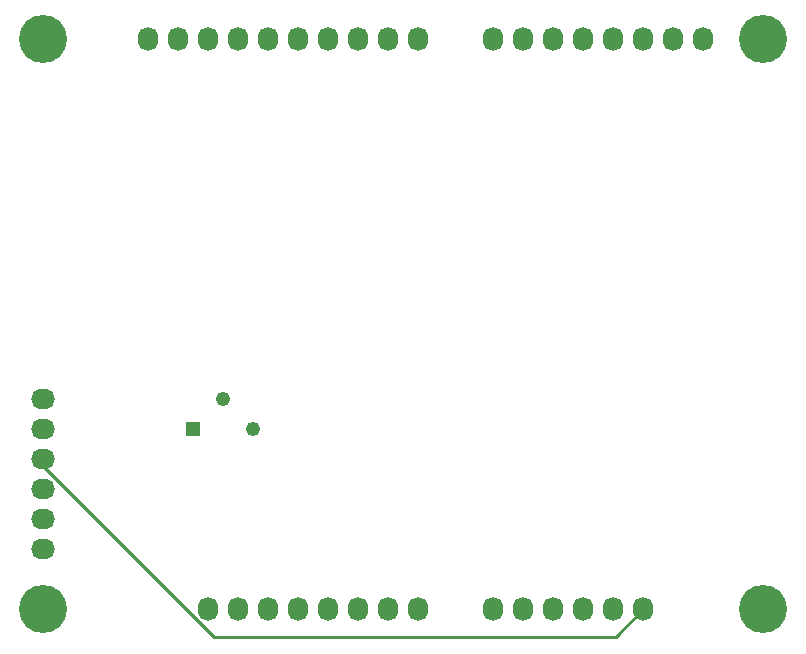
<source format=gbl>
%TF.GenerationSoftware,KiCad,Pcbnew,(6.0.2)*%
%TF.CreationDate,2022-05-07T22:53:04-07:00*%
%TF.ProjectId,Final_Project,46696e61-6c5f-4507-926f-6a6563742e6b,rev?*%
%TF.SameCoordinates,Original*%
%TF.FileFunction,Copper,L2,Bot*%
%TF.FilePolarity,Positive*%
%FSLAX46Y46*%
G04 Gerber Fmt 4.6, Leading zero omitted, Abs format (unit mm)*
G04 Created by KiCad (PCBNEW (6.0.2)) date 2022-05-07 22:53:04*
%MOMM*%
%LPD*%
G01*
G04 APERTURE LIST*
%TA.AperFunction,ComponentPad*%
%ADD10C,4.064000*%
%TD*%
%TA.AperFunction,ComponentPad*%
%ADD11C,1.222000*%
%TD*%
%TA.AperFunction,ComponentPad*%
%ADD12R,1.222000X1.222000*%
%TD*%
%TA.AperFunction,ComponentPad*%
%ADD13O,2.032000X1.727200*%
%TD*%
%TA.AperFunction,ComponentPad*%
%ADD14O,1.727200X2.032000*%
%TD*%
%TA.AperFunction,Conductor*%
%ADD15C,0.250000*%
%TD*%
G04 APERTURE END LIST*
D10*
%TO.P,P6,1,Pin_1*%
%TO.N,N/C*%
X174498000Y-75565000D03*
%TD*%
D11*
%TO.P,VR1,3*%
%TO.N,GND*%
X131318000Y-108585000D03*
%TO.P,VR1,2*%
%TO.N,/A0*%
X128778000Y-106045000D03*
D12*
%TO.P,VR1,1*%
%TO.N,+5V*%
X126238000Y-108585000D03*
%TD*%
D13*
%TO.P,J1,1,Pin_1*%
%TO.N,+5V*%
X113538000Y-106045000D03*
%TO.P,J1,2,Pin_2*%
%TO.N,GND*%
X113538000Y-108585000D03*
%TO.P,J1,3,Pin_3*%
%TO.N,/A5(SCL)*%
X113538000Y-111125000D03*
%TO.P,J1,4,Pin_4*%
%TO.N,/A4(SDA)*%
X113538000Y-113665000D03*
%TO.P,J1,5,Pin_5*%
%TO.N,/AD0*%
X113538000Y-116205000D03*
%TO.P,J1,6,Pin_6*%
%TO.N,/CS*%
X113538000Y-118745000D03*
%TD*%
D14*
%TO.P,P1,1,Pin_1*%
%TO.N,unconnected-(P1-Pad1)*%
X127498000Y-123825000D03*
%TO.P,P1,2,Pin_2*%
%TO.N,/IOREF*%
X130038000Y-123825000D03*
%TO.P,P1,3,Pin_3*%
%TO.N,/Reset*%
X132578000Y-123825000D03*
%TO.P,P1,4,Pin_4*%
%TO.N,+3V3*%
X135118000Y-123825000D03*
%TO.P,P1,5,Pin_5*%
%TO.N,+5V*%
X137658000Y-123825000D03*
%TO.P,P1,6,Pin_6*%
%TO.N,GND*%
X140198000Y-123825000D03*
%TO.P,P1,7,Pin_7*%
X142738000Y-123825000D03*
%TO.P,P1,8,Pin_8*%
%TO.N,/Vin*%
X145278000Y-123825000D03*
%TD*%
%TO.P,A0-A6,1,Pin_1*%
%TO.N,/A0*%
X151638000Y-123825000D03*
%TO.P,A0-A6,2,Pin_2*%
%TO.N,/A1*%
X154178000Y-123825000D03*
%TO.P,A0-A6,3,Pin_3*%
%TO.N,/A2*%
X156718000Y-123825000D03*
%TO.P,A0-A6,4,Pin_4*%
%TO.N,/A3*%
X159258000Y-123825000D03*
%TO.P,A0-A6,5,Pin_5*%
%TO.N,/A4(SDA)*%
X161798000Y-123825000D03*
%TO.P,A0-A6,6,Pin_6*%
%TO.N,/A5(SCL)*%
X164338000Y-123825000D03*
%TD*%
%TO.P,P3,1,Pin_1*%
%TO.N,/A5(SCL)*%
X122408000Y-75565000D03*
%TO.P,P3,2,Pin_2*%
%TO.N,/A4(SDA)*%
X124948000Y-75565000D03*
%TO.P,P3,3,Pin_3*%
%TO.N,/AREF*%
X127488000Y-75565000D03*
%TO.P,P3,4,Pin_4*%
%TO.N,GND*%
X130028000Y-75565000D03*
%TO.P,P3,5,Pin_5*%
%TO.N,/13(SCK)*%
X132568000Y-75565000D03*
%TO.P,P3,6,Pin_6*%
%TO.N,/12(MISO)*%
X135108000Y-75565000D03*
%TO.P,P3,7,Pin_7*%
%TO.N,/11(\u002A\u002A{slash}MOSI)*%
X137648000Y-75565000D03*
%TO.P,P3,8,Pin_8*%
%TO.N,/10(\u002A\u002A{slash}SS)*%
X140188000Y-75565000D03*
%TO.P,P3,9,Pin_9*%
%TO.N,/9(\u002A\u002A)*%
X142728000Y-75565000D03*
%TO.P,P3,10,Pin_10*%
%TO.N,/8*%
X145268000Y-75565000D03*
%TD*%
%TO.P,Digital 1-8,1,Pin_1*%
%TO.N,/7*%
X151638000Y-75565000D03*
%TO.P,Digital 1-8,2,Pin_2*%
%TO.N,/6(\u002A\u002A)*%
X154178000Y-75565000D03*
%TO.P,Digital 1-8,3,Pin_3*%
%TO.N,/5(\u002A\u002A)*%
X156718000Y-75565000D03*
%TO.P,Digital 1-8,4,Pin_4*%
%TO.N,/4*%
X159258000Y-75565000D03*
%TO.P,Digital 1-8,5,Pin_5*%
%TO.N,/3(\u002A\u002A)*%
X161798000Y-75565000D03*
%TO.P,Digital 1-8,6,Pin_6*%
%TO.N,/2*%
X164338000Y-75565000D03*
%TO.P,Digital 1-8,7,Pin_7*%
%TO.N,/1(Tx)*%
X166878000Y-75565000D03*
%TO.P,Digital 1-8,8,Pin_8*%
%TO.N,/0(Rx)*%
X169418000Y-75565000D03*
%TD*%
D10*
%TO.P,P5,1,Pin_1*%
%TO.N,unconnected-(P5-Pad1)*%
X113538000Y-123825000D03*
%TD*%
%TO.P,P6,1,Pin_1*%
%TO.N,unconnected-(P6-Pad1)*%
X174498000Y-123825000D03*
%TD*%
%TO.P,P8,1,Pin_1*%
%TO.N,unconnected-(P8-Pad1)*%
X113538000Y-75565000D03*
%TD*%
D15*
%TO.N,/A5(SCL)*%
X161997520Y-126165480D02*
X164338000Y-123825000D01*
X128005825Y-126165480D02*
X161997520Y-126165480D01*
X113538000Y-111697655D02*
X128005825Y-126165480D01*
X113538000Y-111125000D02*
X113538000Y-111697655D01*
%TD*%
M02*

</source>
